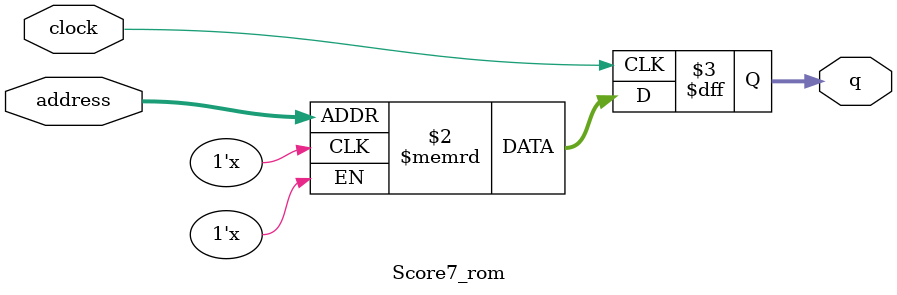
<source format=sv>
module Score7_rom (
	input logic clock,
	input logic [7:0] address,
	output logic [3:0] q
);

logic [3:0] memory [0:255] /* synthesis ram_init_file = "./Score7/Score7.mif" */;

always_ff @ (posedge clock) begin
	q <= memory[address];
end

endmodule

</source>
